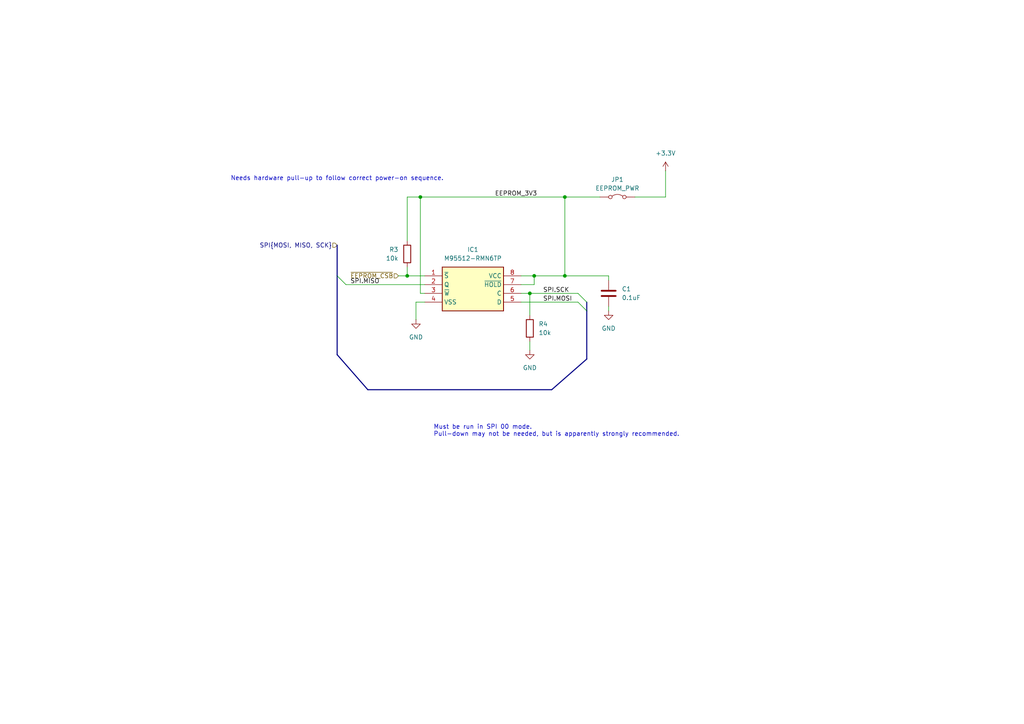
<source format=kicad_sch>
(kicad_sch (version 20250114) (generator "eeschema") (generator_version "9.0")
  (paper "A4")
  (lib_symbols
    (symbol "Device:C" (pin_numbers (hide yes)) (pin_names (offset 0.254))
      (property "Reference" "C" (at 0.635 2.54 0))
      (property "Value" "C" (at 0.635 -2.54 0))
      (symbol "C_0_1"
        (polyline (pts (xy -2.032 0.762) (xy 2.032 0.762)) (stroke (width 0.508)))
        (polyline (pts (xy -2.032 -0.762) (xy 2.032 -0.762)) (stroke (width 0.508)))
      )
      (symbol "C_1_1"
        (pin passive line (at 0 3.81 270) (length 2.794) (name "~") (number "1"))
        (pin passive line (at 0 -3.81 90) (length 2.794) (name "~") (number "2"))
      )
    )
    (symbol "Device:R" (pin_numbers (hide yes)) (pin_names (offset 0))
      (property "Reference" "R" (at 2.032 0 90))
      (property "Value" "R" (at 0 0 90))
      (symbol "R_0_1"
        (rectangle (start -1.016 -2.54) (end 1.016 2.54) (stroke (width 0.254)))
      )
      (symbol "R_1_1"
        (pin passive line (at 0 3.81 270) (length 1.27) (name "~") (number "1"))
        (pin passive line (at 0 -3.81 90) (length 1.27) (name "~") (number "2"))
      )
    )
    (symbol "Jumper:Jumper_2_Bridged" (pin_numbers (hide yes)) (pin_names (offset 0) (hide yes)) (exclude_from_sim yes)
      (property "Reference" "JP" (at 0 1.905 0))
      (property "Value" "Jumper_2_Bridged" (at 0 -2.54 0))
      (symbol "Jumper_2_Bridged_0_0"
        (circle (center -2.032 0) (radius 0.508))
        (circle (center 2.032 0) (radius 0.508))
      )
      (symbol "Jumper_2_Bridged_0_1"
        (arc (start -1.524 0.254) (mid 0 0.762) (end 1.524 0.254))
      )
      (symbol "Jumper_2_Bridged_1_1"
        (pin passive line (at -5.08 0 0) (length 2.54) (name "A") (number "1"))
        (pin passive line (at 5.08 0 180) (length 2.54) (name "B") (number "2"))
      )
    )
    (symbol "SamacSys_Parts:M95512-RMN6TP"
      (property "Reference" "IC" (at 24.13 7.62 0))
      (property "Value" "M95512-RMN6TP" (at 24.13 5.08 0))
      (symbol "M95512-RMN6TP_1_1"
        (rectangle (start 5.08 2.54) (end 22.86 -10.16) (stroke (width 0.254)) (fill (type background)))
        (pin passive line (at 0 0 0) (length 5.08) (name "~{S}") (number "1"))
        (pin passive line (at 0 -2.54 0) (length 5.08) (name "Q") (number "2"))
        (pin passive line (at 0 -5.08 0) (length 5.08) (name "~{W}") (number "3"))
        (pin passive line (at 0 -7.62 0) (length 5.08) (name "VSS") (number "4"))
        (pin passive line (at 27.94 0 180) (length 5.08) (name "VCC") (number "8"))
        (pin passive line (at 27.94 -2.54 180) (length 5.08) (name "~{HOLD}") (number "7"))
        (pin passive line (at 27.94 -5.08 180) (length 5.08) (name "C") (number "6"))
        (pin passive line (at 27.94 -7.62 180) (length 5.08) (name "D") (number "5"))
      )
    )
    (symbol "power:+3.3V" (power) (pin_numbers (hide yes)) (pin_names (offset 0) (hide yes))
      (property "Value" "+3.3V" (at 0 3.556 0))
      (symbol "+3.3V_0_1"
        (polyline (pts (xy -0.762 1.27) (xy 0 2.54)))
        (polyline (pts (xy 0 2.54) (xy 0.762 1.27)))
        (polyline (pts (xy 0 0) (xy 0 2.54)))
      )
      (symbol "+3.3V_1_1"
        (pin power_in line (at 0 0 90) (length 0) (name "~") (number "1"))
      )
    )
    (symbol "power:GND" (power) (pin_numbers (hide yes)) (pin_names (offset 0) (hide yes))
      (property "Value" "GND" (at 0 -3.81 0))
      (symbol "GND_0_1"
        (polyline (pts (xy 0 0) (xy 0 -1.27) (xy 1.27 -1.27) (xy 0 -2.54) (xy -1.27 -1.27) (xy 0 -1.27)))
      )
      (symbol "GND_1_1"
        (pin power_in line (at 0 0 270) (length 0) (name "~") (number "1"))
      )
    )
  )
  (text "Needs hardware pull-up to follow correct power-on sequence." (at 97.79 51.816 0) (effects (font (size 1.27 1.27))))
  (text "Must be run in SPI 00 mode.\nPull-down may not be needed, but is apparently strongly recommended." (at 125.73 124.968 0) (effects (font (size 1.27 1.27)) (justify left)))
  (junction (at 163.83 80.01))
  (junction (at 118.11 80.01))
  (junction (at 163.83 57.15))
  (junction (at 153.67 85.09))
  (junction (at 154.94 80.01))
  (junction (at 121.92 57.15))
  (bus_entry (at 167.64 87.63) (size 2.54 2.54))
  (bus_entry (at 167.64 85.09) (size 2.54 2.54))
  (bus_entry (at 97.79 80.01) (size 2.54 2.54))
  (wire (pts (xy 153.67 85.09) (xy 167.64 85.09)))
  (wire (pts (xy 176.53 90.17) (xy 176.53 88.9)))
  (bus (pts (xy 160.02 113.03) (xy 170.18 104.14)))
  (bus (pts (xy 97.79 71.12) (xy 97.79 80.01)))
  (bus (pts (xy 106.68 113.03) (xy 160.02 113.03)))
  (wire (pts (xy 121.92 57.15) (xy 118.11 57.15)))
  (wire (pts (xy 154.94 80.01) (xy 154.94 82.55)))
  (wire (pts (xy 118.11 57.15) (xy 118.11 69.85)))
  (wire (pts (xy 163.83 80.01) (xy 176.53 80.01)))
  (bus (pts (xy 97.79 102.87) (xy 106.68 113.03)))
  (wire (pts (xy 163.83 57.15) (xy 173.99 57.15)))
  (bus (pts (xy 97.79 80.01) (xy 97.79 102.87)))
  (wire (pts (xy 151.13 85.09) (xy 153.67 85.09)))
  (wire (pts (xy 153.67 85.09) (xy 153.67 91.44)))
  (bus (pts (xy 170.18 90.17) (xy 170.18 104.14)))
  (wire (pts (xy 118.11 80.01) (xy 123.19 80.01)))
  (wire (pts (xy 154.94 80.01) (xy 163.83 80.01)))
  (wire (pts (xy 163.83 57.15) (xy 163.83 80.01)))
  (wire (pts (xy 121.92 57.15) (xy 121.92 85.09)))
  (wire (pts (xy 123.19 85.09) (xy 121.92 85.09)))
  (wire (pts (xy 118.11 77.47) (xy 118.11 80.01)))
  (wire (pts (xy 151.13 80.01) (xy 154.94 80.01)))
  (wire (pts (xy 121.92 57.15) (xy 163.83 57.15)))
  (wire (pts (xy 151.13 87.63) (xy 167.64 87.63)))
  (wire (pts (xy 123.19 87.63) (xy 120.65 87.63)))
  (bus (pts (xy 170.18 87.63) (xy 170.18 90.17)))
  (wire (pts (xy 193.04 49.53) (xy 193.04 57.15)))
  (wire (pts (xy 184.15 57.15) (xy 193.04 57.15)))
  (wire (pts (xy 115.57 80.01) (xy 118.11 80.01)))
  (wire (pts (xy 120.65 87.63) (xy 120.65 92.71)))
  (wire (pts (xy 176.53 80.01) (xy 176.53 81.28)))
  (wire (pts (xy 100.33 82.55) (xy 123.19 82.55)))
  (wire (pts (xy 151.13 82.55) (xy 154.94 82.55)))
  (wire (pts (xy 153.67 99.06) (xy 153.67 101.6)))
  (label "SPI.MOSI" (at 157.48 87.63 0))
  (label "SPI.MISO" (at 101.6 82.55 0))
  (label "EEPROM_3V3" (at 143.51 57.15 0))
  (label "SPI.SCK" (at 157.48 85.09 0))
  (hierarchical_label "SPI{MOSI, MISO, SCK}" (shape input) (at 97.79 71.12 180))
  (hierarchical_label "~{EEPROM_CSB}" (shape input) (at 115.57 80.01 180))
  (symbol (lib_id "SamacSys_Parts:M95512-RMN6TP") (at 123.19 80.01 0) (unit 1)
    (property "Reference" "IC1" (at 137.16 72.39 0))
    (property "Value" "M95512-RMN6TP" (at 137.16 74.93 0))
    (property "Datasheet" "https://www.st.com/resource/en/datasheet/m95512-w.pdf" (effects (hide yes)))
    (property "Description" "512 Kbit SPI bus EEPROM with high-speed clock" (effects (hide yes)))
    (property "Height" "1.75" (effects (hide yes)))
    (property "Mouser Part Number" "511-M95512-RMN6TP" (effects (hide yes)))
    (property "Mouser Price/Stock" "https://www.mouser.co.uk/ProductDetail/STMicroelectronics/M95512-RMN6TP?qs=D3O9yD6Cgx9SaimnKH25jA%3D%3D" (effects (hide yes)))
    (property "Manufacturer_Name" "STMicroelectronics" (effects (hide yes)))
    (property "Manufacturer_Part_Number" "M95512-RMN6TP" (effects (hide yes)))
  )
  (symbol (lib_id "Device:R") (at 118.11 73.66 0) (unit 1)
    (property "Reference" "R3" (at 115.57 72.3899 0) (effects (justify right)))
    (property "Value" "10k" (at 115.57 74.9299 0) (effects (justify right)))
    (property "Footprint" "Resistor_SMD:R_0402_1005Metric" (effects (hide yes)))
    (property "Description" "Resistor" (effects (hide yes)))
  )
  (symbol (lib_id "power:GND") (at 120.65 92.71 0) (unit 1)
    (property "Reference" "#PWR07" (effects (hide yes)))
    (property "Value" "GND" (at 120.65 97.79 0))
    (property "Description" "Power symbol creates a global label with name \"GND\" , ground" (effects (hide yes)))
  )
  (symbol (lib_id "power:GND") (at 153.67 101.6 0) (unit 1)
    (property "Reference" "#PWR010" (effects (hide yes)))
    (property "Value" "GND" (at 153.67 106.68 0))
    (property "Description" "Power symbol creates a global label with name \"GND\" , ground" (effects (hide yes)))
  )
  (symbol (lib_id "Device:C") (at 176.53 85.09 0) (unit 1)
    (property "Reference" "C1" (at 180.34 83.8199 0) (effects (justify left)))
    (property "Value" "0.1uF" (at 180.34 86.3599 0) (effects (justify left)))
    (property "Footprint" "Capacitor_SMD:C_0402_1005Metric" (effects (hide yes)))
    (property "Description" "Unpolarized capacitor" (effects (hide yes)))
  )
  (symbol (lib_id "power:GND") (at 176.53 90.17 0) (unit 1)
    (property "Reference" "#PWR08" (effects (hide yes)))
    (property "Value" "GND" (at 176.53 95.25 0))
    (property "Description" "Power symbol creates a global label with name \"GND\" , ground" (effects (hide yes)))
  )
  (symbol (lib_id "power:+3.3V") (at 193.04 49.53 0) (unit 1)
    (property "Reference" "#PWR09" (effects (hide yes)))
    (property "Value" "+3.3V" (at 193.04 44.45 0))
    (property "Description" "Power symbol creates a global label with name \"+3.3V\"" (effects (hide yes)))
  )
  (symbol (lib_id "Jumper:Jumper_2_Bridged") (at 179.07 57.15 0) (mirror y) (unit 1) (exclude_from_sim yes)
    (property "Reference" "JP1" (at 179.07 52.07 0))
    (property "Value" "EEPROM_PWR" (at 179.07 54.61 0))
    (property "Description" "Jumper, 2-pole, closed/bridged" (effects (hide yes)))
  )
  (symbol (lib_id "Device:R") (at 153.67 95.25 0) (unit 1)
    (property "Reference" "R4" (at 156.21 93.9799 0) (effects (justify left)))
    (property "Value" "10k" (at 156.21 96.5199 0) (effects (justify left)))
    (property "Footprint" "Resistor_SMD:R_0402_1005Metric" (effects (hide yes)))
    (property "Description" "Resistor" (effects (hide yes)))
  )
)
</source>
